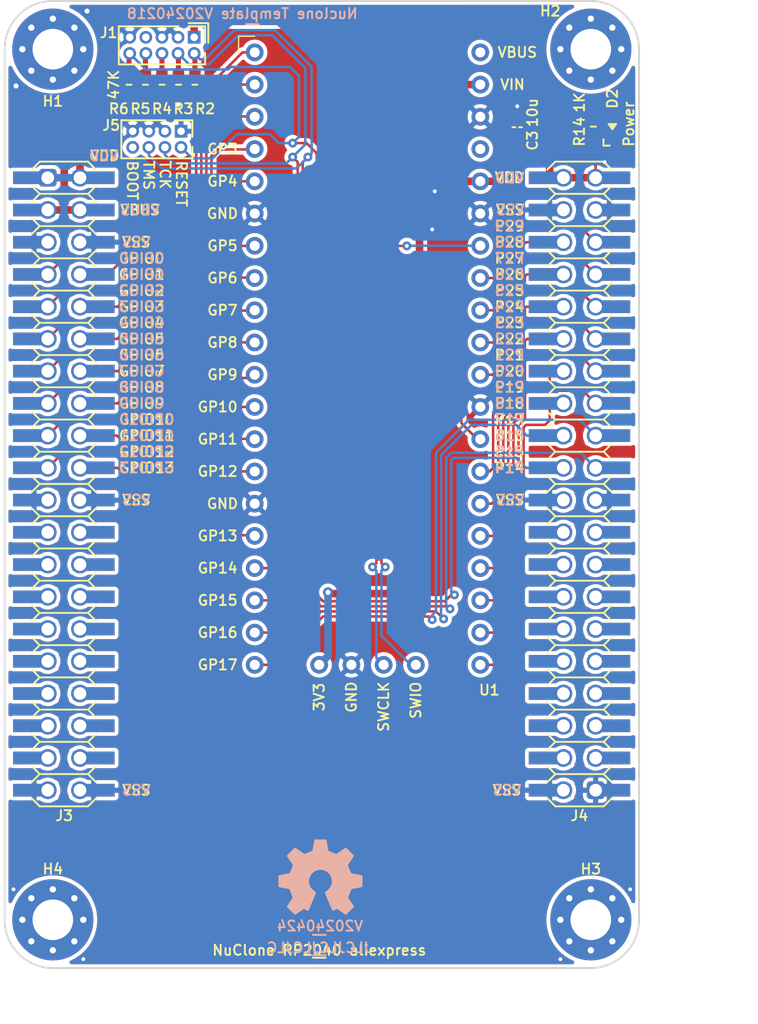
<source format=kicad_pcb>
(kicad_pcb (version 20221018) (generator pcbnew)
  (layers (0 "F.Cu" mixed) (31 "B.Cu" mixed) (34 "B.Paste" user) (35 "F.Paste" user) (36 "B.SilkS" user "B.Silkscreen") (37 "F.SilkS" user "F.Silkscreen") (38 "B.Mask" user) (39 "F.Mask" user) (44 "Edge.Cuts" user))
  (net 0 "")
  (net 1 "/VBUS")
  (net 3 "/VDD")
  (net 4 "/VSS")
  (net 5 "Net-(D2-A)")
  (net 6 "/GPIO_28")
  (net 7 "/GPIO_29")
  (net 8 "/GPIO_32")
  (net 9 "/GPIO_31")
  (net 10 "/GPIO_30")
  (net 11 "/GPIO_35")
  (net 12 "/GPIO_34")
  (net 13 "/GPIO_33")
  (net 14 "/TMS")
  (net 15 "/TCK")
  (net 16 "/TDO")
  (net 17 "/TDI")
  (net 18 "/RESET")
  (net 21 "/GPIO_20")
  (net 22 "/GPIO_23")
  (net 23 "/GPIO_27")
  (net 24 "/GPIO_16")
  (net 25 "/GPIO_21")
  (net 26 "/GPIO_19")
  (net 27 "/GPIO_17")
  (net 28 "/GPIO_18")
  (net 29 "/GPIO_15")
  (net 30 "/GPIO_14")
  (net 31 "/GPIO_22")
  (net 32 "/GPIO_24")
  (net 33 "/GPIO_25")
  (net 34 "/GPIO_26")
  (net 35 "/GPIO_13")
  (net 36 "/GPIO_12")
  (net 37 "/GPIO_11")
  (net 38 "/GPIO_10")
  (net 39 "/GPIO_09")
  (net 40 "/GPIO_08")
  (net 41 "/GPIO_07")
  (net 42 "/GPIO_06")
  (net 43 "/GPIO_05")
  (net 44 "/GPIO_04")
  (net 45 "/GPIO_03")
  (net 46 "/GPIO_02")
  (net 47 "/GPIO_01")
  (net 48 "/GPIO_00")
  (net 49 "/GPIO_41")
  (net 50 "/GPIO_40")
  (net 51 "/GPIO_39")
  (net 52 "/GPIO_38")
  (net 53 "/GPIO_37")
  (net 54 "/GPIO_36")
  (net 55 "/GPIO_45")
  (net 56 "/GPIO_44")
  (net 57 "/GPIO_43")
  (net 58 "/GPIO_42")
  (net 59 "/GPIO_61")
  (net 60 "/GPIO_60")
  (net 61 "/GPIO_59")
  (net 62 "/GPIO_58")
  (net 63 "/GPIO_57")
  (net 64 "/GPIO_56")
  (net 65 "/GPIO_55")
  (net 66 "/GPIO_54")
  (net 67 "/GPIO_53")
  (net 68 "/GPIO_52")
  (net 69 "/GPIO_51")
  (net 70 "/GPIO_50")
  (net 71 "/GPIO_49")
  (net 72 "/GPIO_48")
  (net 73 "/GPIO_47")
  (net 74 "/GPIO_46")
  (footprint "SquantorPcbOutline:MountingHole_3.2mm_M3_Pad_Via" (layer "F.Cu") (at 63.9 64.8)
    (fp_text reference "H1")
    (fp_text value "MountingHole")
  )
  (footprint "SquantorPcbOutline:MountingHole_3.2mm_M3_Pad_Via" (layer "F.Cu") (at 106.3 64.8)
    (fp_text reference "H2")
    (fp_text value "MountingHole")
  )
  (footprint "SquantorPcbOutline:MountingHole_3.2mm_M3_Pad_Via" (layer "F.Cu") (at 106.3 133.4)
    (fp_text reference "H3")
    (fp_text value "MountingHole")
  )
  (footprint "SquantorPcbOutline:MountingHole_3.2mm_M3_Pad_Via" (layer "F.Cu") (at 63.9 133.4)
    (fp_text reference "H4")
    (fp_text value "MountingHole")
  )
  (footprint "SquantorConnectors:Header-0127-2X05-H006" (layer "F.Cu") (at 72.5 64.5 180)
    (fp_text reference "J1")
    (fp_text value "JTAG_2X05")
  )
  (footprint "SquantorResistor:R_0603_hand" (layer "F.Cu") (at 73.8 67.6 -90)
    (fp_text reference "R3")
    (fp_text value "47K")
  )
  (footprint "SquantorResistor:R_0603_hand" (layer "F.Cu") (at 71.2 67.6 -90)
    (fp_text reference "R5")
    (fp_text value "47K")
  )
  (footprint "SquantorResistor:R_0603_hand" (layer "F.Cu") (at 69.9 67.6 -90)
    (fp_text reference "R6")
    (fp_text value "47K")
  )
  (footprint "SquantorLabels:Label_Generic" (layer "F.Cu") (at 84.9 135.7875)
    (fp_text reference "N4" hide)
    (fp_text value "NuClone RP2040 aliexpress")
  )
  (footprint "SquantorDiodes:LED_0603_hand" (layer "F.Cu") (at 108 70.9 90)
    (fp_text reference "D2")
    (fp_text value "GREEN")
  )
  (footprint "SquantorResistor:R_0603_hand" (layer "F.Cu") (at 106.5 70.9 -90)
    (fp_text reference "R14")
    (fp_text value "1K")
  )
  (footprint "SquantorConnectorsNamed:nuclone_medium_right_stacked" (layer "F.Cu") (at 105.41 99.06 90)
    (fp_text reference "J4")
    (fp_text value "nuclone_medium_right")
  )
  (footprint "SquantorResistor:R_0603_hand" (layer "F.Cu") (at 75.1 67.6 -90)
    (fp_text reference "R2")
    (fp_text value "47K")
  )
  (footprint "SquantorResistor:R_0603_hand" (layer "F.Cu") (at 72.5 67.6 -90)
    (fp_text reference "R4")
    (fp_text value "47K")
  )
  (footprint "SquantorCapacitor:C_0603" (layer "F.Cu") (at 100.5 70.95 90)
    (fp_text reference "C3")
    (fp_text value "10u")
  )
  (footprint "SquantorConnectorsNamed:nuclone_medium_left_stacked" (layer "F.Cu") (at 64.77 99.06 -90)
    (fp_text reference "J3")
    (fp_text value "nuclone_medium_left")
  )
  (footprint "SquantorConnectors:Header-0127-2X04-H006" (layer "F.Cu") (at 72.1 71.9 180)
    (fp_text reference "J5")
    (fp_text value "Conn_02x06_Odd_Even")
  )
  (footprint "SquantorModules:module_rp2040_aliexpress" (layer "F.Cu") (at 88.7 84.1)
    (fp_text reference "U1")
    (fp_text value "RP2040_aliexpress")
  )
  (footprint "SquantorLabels:Label_Generic" (layer "B.Cu") (at 84.9 133.9875 180)
    (fp_text reference "N2" hide)
    (fp_text value "V20240424")
  )
  (footprint "Symbol:OSHW-Symbol_6.7x6mm_SilkScreen" (layer "B.Cu") (at 85 130.05 180)
    (fp_text reference "N1" hide)
    (fp_text value "OHWLOGO" hide)
  )
  (footprint "SquantorLabels:Label_Generic" (layer "B.Cu") (at 84.9 135.5875 180)
    (fp_text reference "N3" hide)
    (fp_text value "JLCJLCJLCJLC")
  )
  (footprint "SquantorLabels:Label_Generic" (layer "B.Cu") (at 79.629 62.23 180)
    (fp_text reference "N5" hide)
    (fp_text value "Nuclone Template V20240218")
  )
  (gr_line (start 76.15 62.75) (end 74.6 62.75) (stroke (width 0.15)) (layer "F.SilkS"))
  (gr_line (start 76.15 62.75) (end 76.15 64.3) (stroke (width 0.15)) (layer "F.SilkS"))
  (gr_line (start 106.3 61) (end 63.9 61) (stroke (width 0.15)) (layer "Edge.Cuts"))
  (gr_arc (start 110.1 133.4) (mid 108.987006 136.087006) (end 106.3 137.2) (stroke (width 0.15)) (layer "Edge.Cuts"))
  (gr_arc (start 63.9 137.2) (mid 61.212994 136.087006) (end 60.1 133.4) (stroke (width 0.15)) (layer "Edge.Cuts"))
  (gr_arc (start 60.1 64.8) (mid 61.212994 62.112994) (end 63.9 61) (stroke (width 0.15)) (layer "Edge.Cuts"))
  (gr_arc (start 106.3 61) (mid 108.987006 62.112994) (end 110.1 64.8) (stroke (width 0.15)) (layer "Edge.Cuts"))
  (gr_line (start 110.1 133.4) (end 110.1 64.8) (stroke (width 0.15)) (layer "Edge.Cuts"))
  (gr_line (start 60.1 64.8) (end 60.1 133.4) (stroke (width 0.15)) (layer "Edge.Cuts"))
  (gr_line (start 63.9 137.2) (end 106.3 137.2) (stroke (width 0.15)) (layer "Edge.Cuts"))
  (gr_text "Power" (at 109.3 70.7 90) (layer "F.SilkS") (effects (font (size 0.8 0.8) (thickness 0.15) bold)))
  (gr_text "RESET\nTCK\nTMS\nBOOT" (at 69.7 73.5 270) (layer "F.SilkS") (effects (font (size 0.8 0.8) (thickness 0.15) bold) (justify left bottom)))
  (segment (start 95 61.7) (end 95.9 62.6) (width 0.6) (layer "F.Cu") (net 1))
  (segment (start 64.8 69.5) (end 67.8 66.5) (width 0.6) (layer "F.Cu") (net 1))
  (segment (start 64.8 77.47) (end 64.8 69.5) (width 0.6) (layer "F.Cu") (net 1))
  (segment (start 96.19 67.59) (end 97.59 67.59) (width 0.6) (layer "F.Cu") (net 1))
  (segment (start 63.5 77.47) (end 64.8 77.47) (width 0.6) (layer "F.Cu") (net 1))
  (segment (start 95.9 67.3) (end 96.19 67.59) (width 0.6) (layer "F.Cu") (net 1))
  (segment (start 64.8 77.47) (end 66.04 77.47) (width 0.6) (layer "F.Cu") (net 1))
  (segment (start 68.6 61.7) (end 95 61.7) (width 0.6) (layer "F.Cu") (net 1))
  (segment (start 67.8 62.5) (end 68.6 61.7) (width 0.6) (layer "F.Cu") (net 1))
  (segment (start 95.9 62.6) (end 95.9 67.3) (width 0.6) (layer "F.Cu") (net 1))
  (segment (start 67.8 66.5) (end 67.8 62.5) (width 0.6) (layer "F.Cu") (net 1))
  (segment (start 95 75.21) (end 97.59 75.21) (width 0.6) (layer "F.Cu") (net 3))
  (segment (start 98.79 75.21) (end 99.3 74.7) (width 0.6) (layer "F.Cu") (net 3))
  (segment (start 94.99 75.11) (end 94.99 75.2) (width 0.6) (layer "F.Cu") (net 3))
  (segment (start 106.68 73.98) (end 106.68 74.93) (width 0.2) (layer "F.Cu") (net 3))
  (segment (start 69 62.6) (end 75 62.6) (width 0.6) (layer "F.Cu") (net 3))
  (segment (start 67.3 68.3) (end 66.04 69.56) (width 0.6) (layer "F.Cu") (net 3))
  (segment (start 92 107.7) (end 92.8 106.9) (width 0.6) (layer "F.Cu") (net 3))
  (segment (start 85.69 107.7) (end 92 107.7) (width 0.6) (layer "F.Cu") (net 3))
  (segment (start 72.5 68.45) (end 72.5 69.2) (width 0.2) (layer "F.Cu") (net 3))
  (segment (start 106.68 74.93) (end 104.14 74.93) (width 0.6) (layer "F.Cu") (net 3))
  (segment (start 66.04 69.56) (end 66.04 74.93) (width 0.6) (layer "F.Cu") (net 3))
  (segment (start 72.5 69.2) (end 73.3 70) (width 0.2) (layer "F.Cu") (net 3))
  (segment (start 71.2 68.45) (end 69.9 68.45) (width 0.2) (layer "F.Cu") (net 3))
  (segment (start 92.8 106.9) (end 92.8 78.6) (width 0.6) (layer "F.Cu") (net 3))
  (segment (start 73.3 70) (end 74.2 70) (width 0.2) (layer "F.Cu") (net 3))
  (segment (start 85.59 107.6) (end 85.69 107.7) (width 0.6) (layer "F.Cu") (net 3))
  (segment (start 99.3 74.7) (end 99.3 72.2) (width 0.6) (layer "F.Cu") (net 3))
  (segment (start 75.04 62.64) (end 75 62.6) (width 0.6) (layer "F.Cu") (net 3))
  (segment (start 75.04 63.865) (end 75.04 62.64) (width 0.6) (layer "F.Cu") (net 3))
  (segment (start 97.59 75.21) (end 98.79 75.21) (width 0.6) (layer "F.Cu") (net 3))
  (segment (start 67.3 68.3) (end 68.2 67.4) (width 0.2) (layer "F.Cu") (net 3))
  (segment (start 75 62.6) (end 94.6 62.6) (width 0.6) (layer "F.Cu") (net 3))
  (segment (start 99.3 72.2) (end 99.8 71.7) (width 0.6) (layer "F.Cu") (net 3))
  (segment (start 68.7 66.9) (end 68.7 62.9) (width 0.6) (layer "F.Cu") (net 3))
  (segment (start 68.2 67.4) (end 69.25 68.45) (width 0.2) (layer "F.Cu") (net 3))
  (segment (start 94.99 62.99) (end 94.99 75.11) (width 0.6) (layer "F.Cu") (net 3))
  (segment (start 94.99 75.2) (end 95 75.21) (width 0.6) (layer "F.Cu") (net 3))
  (segment (start 94.99 76.41) (end 94.99 75.11) (width 0.6) (layer "F.Cu") (net 3))
  (segment (start 103.06 72.46) (end 103.06 74.93) (width 0.6) (layer "F.Cu") (net 3))
  (segment (start 75.1 69.1) (end 75.1 68.45) (width 0.2) (layer "F.Cu") (net 3))
  (segment (start 106.5 71.75) (end 106.5 73.8) (width 0.2) (layer "F.Cu") (net 3))
  (segment (start 94.6 62.6) (end 94.99 62.99) (width 0.6) (layer "F.Cu") (net 3))
  (segment (start 106.5 73.8) (end 106.68 73.98) (width 0.2) (layer "F.Cu") (net 3))
  (segment (start 100.5 71.7) (end 102.3 71.7) (width 0.6) (layer "F.Cu") (net 3))
  (segment (start 72.5 68.45) (end 71.2 68.45) (width 0.2) (layer "F.Cu") (net 3))
  (segment (start 67.3 68.3) (end 68.7 66.9) (width 0.6) (layer "F.Cu") (net 3))
  (segment (start 69.25 68.45) (end 69.9 68.45) (width 0.2) (layer "F.Cu") (net 3))
  (segment (start 99.8 71.7) (end 100.5 71.7) (width 0.6) (layer "F.Cu") (net 3))
  (segment (start 68.7 62.9) (end 69 62.6) (width 0.6) (layer "F.Cu") (net 3))
  (segment (start 102.3 71.7) (end 103.06 72.46) (width 0.6) (layer "F.Cu") (net 3))
  (segment (start 74.2 70) (end 75.1 69.1) (width 0.2) (layer "F.Cu") (net 3))
  (segment (start 92.8 78.6) (end 94.99 76.41) (width 0.6) (layer "F.Cu") (net 3))
  (via (at 85.59 107.6) (size 0.8) (drill 0.4) (layers "F.Cu" "B.Cu") (net 3))
  (segment (start 66.04 74.93) (end 63.5 74.93) (width 0.6) (layer "B.Cu") (net 3))
  (segment (start 85.59 112.61) (end 84.89 113.31) (width 0.6) (layer "B.Cu") (net 3))
  (segment (start 85.59 107.6) (end 85.59 112.61) (width 0.6) (layer "B.Cu") (net 3))
  (segment (start 73.8 69.2) (end 73.8 68.45) (width 0.2) (layer "F.Cu") (net 4))
  (via (at 94 76) (size 0.7) (drill 0.3) (layers "F.Cu" "B.Cu") (net 4))
  (via (at 61 67.7) (size 0.8) (drill 0.4) (layers "F.Cu" "B.Cu") (net 4))
  (via (at 107.4 73.7) (size 0.7) (drill 0.3) (layers "F.Cu" "B.Cu") (net 4))
  (via (at 66.3 136.5) (size 0.7) (drill 0.3) (layers "F.Cu" "B.Cu") (net 4))
  (via (at 109.4 131) (size 0.7) (drill 0.3) (layers "F.Cu" "B.Cu") (net 4))
  (via (at 66.6 61.8) (size 0.8) (drill 0.4) (layers "F.Cu" "B.Cu") (net 4))
  (via (at 93.8 79) (size 0.7) (drill 0.3) (layers "F.Cu" "B.Cu") (net 4))
  (via (at 103.9 136.5) (size 0.7) (drill 0.3) (layers "F.Cu" "B.Cu") (net 4))
  (via (at 100.5 69.3) (size 0.7) (drill 0.3) (layers "F.Cu" "B.Cu") (net 4))
  (via (at 73.8 69.2) (size 0.7) (drill 0.3) (layers "F.Cu" "B.Cu") (net 4))
  (via (at 60.8 131) (size 0.7) (drill 0.3) (layers "F.Cu" "B.Cu") (net 4))
  (segment (start 106.5 70.05) (end 108 70.05) (width 0.2) (layer "F.Cu") (net 5))
  (segment (start 89.8 105.3) (end 89.8 102.234314) (width 0.2) (layer "F.Cu") (net 14))
  (segment (start 83.6 96.034314) (end 83.6 73.7) (width 0.2) (layer "F.Cu") (net 14))
  (segment (start 75.1 65.195) (end 75.04 65.135) (width 0.4) (layer "F.Cu") (net 14))
  (segment (start 90.1 105.6) (end 89.8 105.3) (width 0.2) (layer "F.Cu") (net 14))
  (segment (start 83.6 73.7) (end 84 73.3) (width 0.2) (layer "F.Cu") (net 14))
  (segment (start 75.1 66.75) (end 75.1 65.195) (width 0.4) (layer "F.Cu") (net 14))
  (segment (start 89.8 102.234314) (end 83.6 96.034314) (width 0.2) (layer "F.Cu") (net 14))
  (via (at 90.1 105.6) (size 0.7) (drill 0.3) (layers "F.Cu" "B.Cu") (net 14))
  (via (at 84 73.3) (size 0.7) (drill 0.3) (layers "F.Cu" "B.Cu") (net 14))
  (segment (start 78.2 63.3) (end 75.9 65.6) (width 0.2) (layer "B.Cu") (net 14))
  (segment (start 90.1 105.6) (end 89.8 105.9) (width 0.2) (layer "B.Cu") (net 14))
  (segment (start 92.11 113.31) (end 92.51 113.31) (width 0.2) (layer "B.Cu") (net 14))
  (segment (start 75.9 65.6) (end 75.505 65.6) (width 0.2) (layer "B.Cu") (net 14))
  (segment (start 75.505 65.6) (end 75.04 65.135) (width 0.2) (layer "B.Cu") (net 14))
  (segment (start 84 73.3) (end 84.3 73) (width 0.2) (layer "B.Cu") (net 14))
  (segment (start 89.8 105.9) (end 89.8 111) (width 0.2) (layer "B.Cu") (net 14))
  (segment (start 89.8 111) (end 92.11 113.31) (width 0.2) (layer "B.Cu") (net 14))
  (segment (start 84.3 73) (end 84.3 66.2) (width 0.2) (layer "B.Cu") (net 14))
  (segment (start 81.4 63.3) (end 78.2 63.3) (width 0.2) (layer "B.Cu") (net 14))
  (segment (start 84.3 66.2) (end 81.4 63.3) (width 0.2) (layer "B.Cu") (net 14))
  (segment (start 84 73.3) (end 83.1 74.2) (width 0.2) (layer "B.Cu") (net 14))
  (segment (start 83.1 74.2) (end 72.5 74.2) (width 0.2) (layer "B.Cu") (net 14))
  (segment (start 71.465 73.165) (end 71.465 72.535) (width 0.2) (layer "B.Cu") (net 14))
  (segment (start 72.5 74.2) (end 71.465 73.165) (width 0.2) (layer "B.Cu") (net 14))
  (segment (start 73.8 66.75) (end 73.8 65.165) (width 0.4) (layer "F.Cu") (net 15))
  (segment (start 73.8 65.165) (end 73.77 65.135) (width 0.4) (layer "F.Cu") (net 15))
  (segment (start 83.2 96.2) (end 83.2 73.7) (width 0.2) (layer "F.Cu") (net 15))
  (segment (start 89.4 105.3) (end 89.4 102.4) (width 0.2) (layer "F.Cu") (net 15))
  (segment (start 89.4 102.4) (end 83.2 96.2) (width 0.2) (layer "F.Cu") (net 15))
  (segment (start 83.2 73.7) (end 82.8 73.3) (width 0.2) (layer "F.Cu") (net 15))
  (segment (start 89.1 105.6) (end 89.4 105.3) (width 0.2) (layer "F.Cu") (net 15))
  (via (at 89.1 105.6) (size 0.7) (drill 0.3) (layers "F.Cu" "B.Cu") (net 15))
  (via (at 82.8 73.3) (size 0.7) (drill 0.3) (layers "F.Cu" "B.Cu") (net 15))
  (segment (start 82.3 73.8) (end 73.4 73.8) (width 0.2) (layer "B.Cu") (net 15))
  (segment (start 89.1 105.6) (end 89.4 105.9) (width 0.2) (layer "B.Cu") (net 15))
  (segment (start 83.8 72.3) (end 83.8 66.3) (width 0.2) (layer "B.Cu") (net 15))
  (segment (start 73.4 73.8) (end 72.735 73.135) (width 0.2) (layer "B.Cu") (net 15))
  (segment (start 89.4 112.74) (end 89.97 113.31) (width 0.2) (layer "B.Cu") (net 15))
  (segment (start 82.8 73.3) (end 82.3 73.8) (width 0.2) (layer "B.Cu") (net 15))
  (segment (start 83.8 66.3) (end 81.2 63.7) (width 0.2) (layer "B.Cu") (net 15))
  (segment (start 72.735 73.135) (end 72.735 72.535) (width 0.2) (layer "B.Cu") (net 15))
  (segment (start 74.635 66) (end 73.77 65.135) (width 0.2) (layer "B.Cu") (net 15))
  (segment (start 81.2 63.7) (end 78.5 63.7) (width 0.2) (layer "B.Cu") (net 15))
  (segment (start 82.8 73.3) (end 83.8 72.3) (width 0.2) (layer "B.Cu") (net 15))
  (segment (start 78.5 63.7) (end 76.2 66) (width 0.2) (layer "B.Cu") (net 15))
  (segment (start 76.2 66) (end 74.635 66) (width 0.2) (layer "B.Cu") (net 15))
  (segment (start 89.4 105.9) (end 89.4 112.74) (width 0.2) (layer "B.Cu") (net 15))
  (segment (start 72.5 66.75) (end 72.5 65.135) (width 0.4) (layer "F.Cu") (net 16))
  (segment (start 71.2 65.165) (end 71.23 65.135) (width 0.4) (layer "F.Cu") (net 17))
  (segment (start 71.2 66.75) (end 71.2 65.165) (width 0.4) (layer "F.Cu") (net 17))
  (segment (start 69.9 66.75) (end 69.9 65.195) (width 0.4) (layer "F.Cu") (net 18))
  (segment (start 89.2 80.3) (end 84.7 75.8) (width 0.2) (layer "F.Cu") (net 18))
  (segment (start 84.7 75.8) (end 84.7 73) (width 0.2) (layer "F.Cu") (net 18))
  (segment (start 83.9 72.2) (end 82.8 72.2) (width 0.2) (layer "F.Cu") (net 18))
  (segment (start 69.9 65.195) (end 69.96 65.135) (width 0.4) (layer "F.Cu") (net 18))
  (segment (start 84.7 73) (end 83.9 72.2) (width 0.2) (layer "F.Cu") (net 18))
  (segment (start 91.8 80.3) (end 89.2 80.3) (width 0.2) (layer "F.Cu") (net 18))
  (via (at 91.8 80.3) (size 0.7) (drill 0.3) (layers "F.Cu" "B.Cu") (net 18))
  (via (at 82.8 72.2) (size 0.7) (drill 0.3) (layers "F.Cu" "B.Cu") (net 18))
  (segment (start 82.8 72.2) (end 81.7 72.2) (width 0.2) (layer "B.Cu") (net 18))
  (segment (start 77.931372 66.2) (end 77.731372 66.4) (width 0.2) (layer "B.Cu") (net 18))
  (segment (start 78.4 71.5) (end 76.5 73.4) (width 0.2) (layer "B.Cu") (net 18))
  (segment (start 82.6 66.2) (end 77.931372 66.2) (width 0.2) (layer "B.Cu") (net 18))
  (segment (start 83.3 71.7) (end 83.3 66.9) (width 0.2) (layer "B.Cu") (net 18))
  (segment (start 71.225 66.4) (end 69.96 65.135) (width 0.2) (layer "B.Cu") (net 18))
  (segment (start 91.8 80.3) (end 91.81 80.29) (width 0.2) (layer "B.Cu") (net 18))
  (segment (start 81 71.5) (end 78.4 71.5) (width 0.2) (layer "B.Cu") (net 18))
  (segment (start 76.5 73.4) (end 74.87 73.4) (width 0.2) (layer "B.Cu") (net 18))
  (segment (start 83.3 66.9) (end 82.6 66.2) (width 0.2) (layer "B.Cu") (net 18))
  (segment (start 91.81 80.29) (end 97.59 80.29) (width 0.2) (layer "B.Cu") (net 18))
  (segment (start 82.8 72.2) (end 83.3 71.7) (width 0.2) (layer "B.Cu") (net 18))
  (segment (start 74.87 73.4) (end 74.005 72.535) (width 0.2) (layer "B.Cu") (net 18))
  (segment (start 77.731372 66.4) (end 71.225 66.4) (width 0.2) (layer "B.Cu") (net 18))
  (segment (start 81.7 72.2) (end 81 71.5) (width 0.2) (layer "B.Cu") (net 18))
  (segment (start 79.81 103.15) (end 79.76 103.1) (width 0.2) (layer "F.Cu") (net 35))
  (segment (start 79.76 103.1) (end 74.3 103.1) (width 0.2) (layer "F.Cu") (net 35))
  (segment (start 74.3 103.1) (end 68.99 97.79) (width 0.2) (layer "F.Cu") (net 35))
  (segment (start 68.99 97.79) (end 67.12 97.79) (width 0.2) (layer "F.Cu") (net 35))
  (segment (start 64.79 96.5) (end 63.5 97.79) (width 0.2) (layer "F.Cu") (net 36))
  (segment (start 68.975 96.5) (end 64.79 96.5) (width 0.2) (layer "F.Cu") (net 36))
  (segment (start 79.81 98.07) (end 70.545 98.07) (width 0.2) (layer "F.Cu") (net 36))
  (segment (start 70.545 98.07) (end 68.975 96.5) (width 0.2) (layer "F.Cu") (net 36))
  (segment (start 79.81 95.53) (end 79.78 95.5) (width 0.2) (layer "F.Cu") (net 37))
  (segment (start 68.95 95.25) (end 67.12 95.25) (width 0.2) (layer "F.Cu") (net 37))
  (segment (start 69.2 95.5) (end 68.95 95.25) (width 0.2) (layer "F.Cu") (net 37))
  (segment (start 79.78 95.5) (end 69.2 95.5) (width 0.2) (layer "F.Cu") (net 37))
  (segment (start 64.75 94) (end 69 94) (width 0.2) (layer "F.Cu") (net 38))
  (segment (start 70.01 92.99) (end 79.81 92.99) (width 0.2) (layer "F.Cu") (net 38))
  (segment (start 69 94) (end 70.01 92.99) (width 0.2) (layer "F.Cu") (net 38))
  (segment (start 63.5 95.25) (end 64.75 94) (width 0.2) (layer "F.Cu") (net 38))
  (segment (start 79.55 90.71) (end 70.99 90.71) (width 0.2) (layer "F.Cu") (net 39))
  (segment (start 70.99 90.71) (end 68.99 92.71) (width 0.2) (layer "F.Cu") (net 39))
  (segment (start 79.81 90.45) (end 79.55 90.71) (width 0.2) (layer "F.Cu") (net 39))
  (segment (start 68.99 92.71) (end 67.12 92.71) (width 0.2) (layer "F.Cu") (net 39))
  (segment (start 72.6 87.9) (end 69.1 91.4) (width 0.2) (layer "F.Cu") (net 40))
  (segment (start 69.1 91.4) (end 64.81 91.4) (width 0.2) (layer "F.Cu") (net 40))
  (segment (start 64.81 91.4) (end 63.5 92.71) (width 0.2) (layer "F.Cu") (net 40))
  (segment (start 79.8 87.9) (end 72.6 87.9) (width 0.2) (layer "F.Cu") (net 40))
  (segment (start 79.81 87.91) (end 79.8 87.9) (width 0.2) (layer "F.Cu") (net 40))
  (segment (start 71.7 85.4) (end 71.3 85.8) (width 0.2) (layer "F.Cu") (net 41))
  (segment (start 79.81 85.37) (end 79.78 85.4) (width 0.2) (layer "F.Cu") (net 41))
  (segment (start 71.3 85.8) (end 71.3 87.9) (width 0.2) (layer "F.Cu") (net 41))
  (segment (start 71.3 87.9) (end 69.03 90.17) (width 0.2) (layer "F.Cu") (net 41))
  (segment (start 69.03 90.17) (end 67.12 90.17) (width 0.2) (layer "F.Cu") (net 41))
  (segment (start 79.78 85.4) (end 71.7 85.4) (width 0.2) (layer "F.Cu") (net 41))
  (segment (start 70.9 83.3) (end 70.9 87) (width 0.2) (layer "F.Cu") (net 42))
  (segment (start 70.9 87) (end 69 88.9) (width 0.2) (layer "F.Cu") (net 42))
  (segment (start 79.78 82.8) (end 71.4 82.8) (width 0.2) (layer "F.Cu") (net 42))
  (segment (start 79.81 82.83) (end 79.78 82.8) (width 0.2) (layer "F.Cu") (net 42))
  (segment (start 69 88.9) (end 64.77 88.9) (width 0.2) (layer "F.Cu") (net 42))
  (segment (start 71.4 82.8) (end 70.9 83.3) (width 0.2) (layer "F.Cu") (net 42))
  (segment (start 64.77 88.9) (end 63.5 90.17) (width 0.2) (layer "F.Cu") (net 42))
  (segment (start 68.97 87.63) (end 67.12 87.63) (width 0.2) (layer "F.Cu") (net 43))
  (segment (start 70.5 86.1) (end 68.97 87.63) (width 0.2) (layer "F.Cu") (net 43))
  (segment (start 70.5 82.7) (end 70.5 86.1) (width 0.2) (layer "F.Cu") (net 43))
  (segment (start 79.81 80.29) (end 79.8 80.3) (width 0.2) (layer "F.Cu") (net 43))
  (segment (start 79.8 80.3) (end 72.9 80.3) (width 0.2) (layer "F.Cu") (net 43))
  (segment (start 72.9 80.3) (end 70.5 82.7) (width 0.2) (layer "F.Cu") (net 43))
  (segment (start 70.1 82.5) (end 70.1 85.15) (width 0.2) (layer "F.Cu") (net 44))
  (segment (start 70.1 85.15) (end 68.95 86.3) (width 0.2) (layer "F.Cu") (net 44))
  (segment (start 79.81 75.21) (end 77.39 75.21) (width 0.2) (layer "F.Cu") (net 44))
  (segment (start 64.83 86.3) (end 63.5 87.63) (width 0.2) (layer "F.Cu") (net 44))
  (segment (start 68.95 86.3) (end 64.83 86.3) (width 0.2) (layer "F.Cu") (net 44))
  (segment (start 77.39 75.21) (end 70.1 82.5) (width 0.2) (layer "F.Cu") (net 44))
  (segment (start 69 85.1) (end 68.99 85.09) (width 0.2) (layer "F.Cu") (net 45))
  (segment (start 75.3 76.7) (end 75.265686 76.7) (width 0.2) (layer "F.Cu") (net 45))
  (segment (start 69.7 82.265686) (end 69.7 84.4) (width 0.2) (layer "F.Cu") (net 45))
  (segment (start 69.7 84.4) (end 69 85.1) (width 0.2) (layer "F.Cu") (net 45))
  (segment (start 68.99 85.09) (end 67.12 85.09) (width 0.2) (layer "F.Cu") (net 45))
  (segment (start 76.4 75.6) (end 75.3 76.7) (width 0.2) (layer "F.Cu") (net 45))
  (segment (start 75.265686 76.7) (end 69.7 82.265686) (width 0.2) (layer "F.Cu") (net 45))
  (segment (start 76.9 72.7) (end 76.4 73.2) (width 0.2) (layer "F.Cu") (net 45))
  (segment (start 79.78 72.7) (end 76.9 72.7) (width 0.2) (layer "F.Cu") (net 45))
  (segment (start 79.81 72.67) (end 79.78 72.7) (width 0.2) (layer "F.Cu") (net 45))
  (segment (start 76.4 73.2) (end 76.4 75.6) (width 0.2) (layer "F.Cu") (net 45))
  (segment (start 76.3 70.1) (end 76 70.4) (width 0.2) (layer "F.Cu") (net 46))
  (segment (start 76 75.4) (end 69.3 82.1) (width 0.2) (layer "F.Cu") (net 46))
  (segment (start 79.81 70.13) (end 79.78 70.1) (width 0.2) (layer "F.Cu") (net 46))
  (segment (start 69 83.8) (end 64.79 83.8) (width 0.2) (layer "F.Cu") (net 46))
  (segment (start 64.79 83.8) (end 63.5 85.09) (width 0.2) (layer "F.Cu") (net 46))
  (segment (start 69.3 83.5) (end 69 83.8) (width 0.2) (layer "F.Cu") (net 46))
  (segment (start 79.78 70.1) (end 76.3 70.1) (width 0.2) (layer "F.Cu") (net 46))
  (segment (start 69.3 82.1) (end 69.3 83.5) (width 0.2) (layer "F.Cu") (net 46))
  (segment (start 76 70.4) (end 76 75.4) (width 0.2) (layer "F.Cu") (net 46))
  (segment (start 75.6 75.2) (end 68.25 82.55) (width 0.2) (layer "F.Cu") (net 47))
  (segment (start 79.81 67.59) (end 78.21 67.59) (width 0.2) (layer "F.Cu") (net 47))
  (segment (start 78.21 67.59) (end 75.6 70.2) (width 0.2) (layer "F.Cu") (net 47))
  (segment (start 75.6 70.2) (end 75.6 75.2) (width 0.2) (layer "F.Cu") (net 47))
  (segment (start 68.25 82.55) (end 67.12 82.55) (width 0.2) (layer "F.Cu") (net 47))
  (segment (start 75.85 69.35) (end 75.85 68.05) (width 0.2) (layer "F.Cu") (net 48))
  (segment (start 75.2 75) (end 75.2 70) (width 0.2) (layer "F.Cu") (net 48))
  (segment (start 63.5 82.55) (end 64.75 81.3) (width 0.2) (layer "F.Cu") (net 48))
  (segment (start 78.85 65.05) (end 79.81 65.05) (width 0.2) (layer "F.Cu") (net 48))
  (segment (start 75.2 70) (end 75.85 69.35) (width 0.2) (layer "F.Cu") (net 48))
  (segment (start 68.9 81.3) (end 75.2 75) (width 0.2) (layer "F.Cu") (net 48))
  (segment (start 64.75 81.3) (end 68.9 81.3) (width 0.2) (layer "F.Cu") (net 48))
  (segment (start 75.85 68.05) (end 78.85 65.05) (width 0.2) (layer "F.Cu") (net 48))
  (segment (start 99.8 82.6) (end 99.57 82.83) (width 0.2) (layer "F.Cu") (net 59))
  (segment (start 99.57 82.83) (end 97.59 82.83) (width 0.2) (layer "F.Cu") (net 59))
  (segment (start 100.6 79.72) (end 100.6 81.168628) (width 0.2) (layer "F.Cu") (net 59))
  (segment (start 101.62 78.7) (end 100.6 79.72) (width 0.2) (layer "F.Cu") (net 59))
  (segment (start 106.68 80.01) (end 105.37 78.7) (width 0.2) (layer "F.Cu") (net 59))
  (segment (start 105.37 78.7) (end 101.62 78.7) (width 0.2) (layer "F.Cu") (net 59))
  (segment (start 100.6 81.168628) (end 99.8 81.96863) (width 0.2) (layer "F.Cu") (net 59))
  (segment (start 99.8 81.96863) (end 99.8 82.6) (width 0.2) (layer "F.Cu") (net 59))
  (segment (start 103.06 80.01) (end 101.19 80.01) (width 0.2) (layer "F.Cu") (net 60))
  (segment (start 101 80.2) (end 101 81.334314) (width 0.2) (layer "F.Cu") (net 60))
  (segment (start 100.2 82.134315) (end 100.2 82.8) (width 0.2) (layer "F.Cu") (net 60))
  (segment (start 99.5 85.1) (end 99.23 85.37) (width 0.2) (layer "F.Cu") (net 60))
  (segment (start 99.23 85.37) (end 97.59 85.37) (width 0.2) (layer "F.Cu") (net 60))
  (segment (start 101.19 80.01) (end 101 80.2) (width 0.2) (layer "F.Cu") (net 60))
  (segment (start 100.2 82.8) (end 99.5 83.5) (width 0.2) (layer "F.Cu") (net 60))
  (segment (start 99.5 83.5) (end 99.5 85.1) (width 0.2) (layer "F.Cu") (net 60))
  (segment (start 101 81.334314) (end 100.2 82.134315) (width 0.2) (layer "F.Cu") (net 60))
  (segment (start 106.68 82.55) (end 105.43 81.3) (width 0.2) (layer "F.Cu") (net 61))
  (segment (start 100.6 82.3) (end 100.6 83) (width 0.2) (layer "F.Cu") (net 61))
  (segment (start 100.6 83) (end 99.9 83.7) (width 0.2) (layer "F.Cu") (net 61))
  (segment (start 99.1 86.1) (end 99.1 87.8) (width 0.2) (layer "F.Cu") (net 61))
  (segment (start 99.1 87.8) (end 98.99 87.91) (width 0.2) (layer "F.Cu") (net 61))
  (segment (start 101.6 81.3) (end 100.6 82.3) (width 0.2) (layer "F.Cu") (net 61))
  (segment (start 98.99 87.91) (end 97.59 87.91) (width 0.2) (layer "F.Cu") (net 61))
  (segment (start 99.9 85.3) (end 99.1 86.1) (width 0.2) (layer "F.Cu") (net 61))
  (segment (start 99.9 83.7) (end 99.9 85.3) (width 0.2) (layer "F.Cu") (net 61))
  (segment (start 105.43 81.3) (end 101.6 81.3) (width 0.2) (layer "F.Cu") (net 61))
  (segment (start 98.55 90.45) (end 97.59 90.45) (width 0.2) (layer "F.Cu") (net 62))
  (segment (start 100.3 83.9) (end 100.3 85.5) (width 0.2) (layer "F.Cu") (net 62))
  (segment (start 99.5 88) (end 99.1 88.4) (width 0.2) (layer "F.Cu") (net 62))
  (segment (start 99.1 89.9) (end 98.55 90.45) (width 0.2) (layer "F.Cu") (net 62))
  (segment (start 103.06 82.55) (end 101.25 82.55) (width 0.2) (layer "F.Cu") (net 62))
  (segment (start 99.5 86.3) (end 99.5 88) (width 0.2) (layer "F.Cu") (net 62))
  (segment (start 101.1 83.1) (end 100.3 83.9) (width 0.2) (layer "F.Cu") (net 62))
  (segment (start 99.1 88.4) (end 99.1 89.9) (width 0.2) (layer "F.Cu") (net 62))
  (segment (start 101.25 82.55) (end 101.1 82.7) (width 0.2) (layer "F.Cu") (net 62))
  (segment (start 101.1 82.7) (end 101.1 83.1) (width 0.2) (layer "F.Cu") (net 62))
  (segment (start 100.3 85.5) (end 99.5 86.3) (width 0.2) (layer "F.Cu") (net 62))
  (segment (start 100.7 84.1) (end 100.7 85.7) (width 0.2) (layer "F.Cu") (net 63))
  (segment (start 96.1 92.4) (end 96.1 94.27) (width 0.2) (layer "F.Cu") (net 63))
  (segment (start 99.9 88.2) (end 99.5 88.6) (width 0.2) (layer "F.Cu") (net 63))
  (segment (start 96.1 94.27) (end 97.36 95.53) (width 0.2) (layer "F.Cu") (net 63))
  (segment (start 97.36 95.53) (end 97.59 95.53) (width 0.2) (layer "F.Cu") (net 63))
  (segment (start 100.7 85.7) (end 99.9 86.5) (width 0.2) (layer "F.Cu") (net 63))
  (segment (start 97.97157 91.7) (end 96.8 91.7) (width 0.2) (layer "F.Cu") (net 63))
  (segment (start 106.68 85.09) (end 105.39 83.8) (width 0.2) (layer "F.Cu") (net 63))
  (segment (start 96.8 91.7) (end 96.1 92.4) (width 0.2) (layer "F.Cu") (net 63))
  (segment (start 99.5 88.6) (end 99.5 90.17157) (width 0.2) (layer "F.Cu") (net 63))
  (segment (start 99.9 86.5) (end 99.9 88.2) (width 0.2) (layer "F.Cu") (net 63))
  (segment (start 105.39 83.8) (end 101 83.8) (width 0.2) (layer "F.Cu") (net 63))
  (segment (start 101 83.8) (end 100.7 84.1) (width 0.2) (layer "F.Cu") (net 63))
  (segment (start 99.5 90.17157) (end 97.97157 91.7) (width 0.2) (layer "F.Cu") (net 63))
  (segment (start 100.3 88.4) (end 99.9 88.8) (width 0.2) (layer "F.Cu") (net 64))
  (segment (start 99 91.237256) (end 99 93.20589) (width 0.2) (layer "F.Cu") (net 64))
  (segment (start 100.3 86.7) (end 100.3 88.4) (width 0.2) (layer "F.Cu") (net 64))
  (segment (start 103.06 85.09) (end 101.21 85.09) (width 0.2) (layer "F.Cu") (net 64))
  (segment (start 99.9 90.337256) (end 99 91.237256) (width 0.2) (layer "F.Cu") (net 64))
  (segment (start 99 93.20589) (end 98.6 93.60589) (width 0.2) (layer "F.Cu") (net 64))
  (segment (start 98.33 98.07) (end 97.59 98.07) (width 0.2) (layer "F.Cu") (net 64))
  (segment (start 99.9 88.8) (end 99.9 90.337256) (width 0.2) (layer "F.Cu") (net 64))
  (segment (start 98.6 93.60589) (end 98.6 97.8) (width 0.2) (layer "F.Cu") (net 64))
  (segment (start 98.6 97.8) (end 98.33 98.07) (width 0.2) (layer "F.Cu") (net 64))
  (segment (start 101.1 85.9) (end 100.3 86.7) (width 0.2) (layer "F.Cu") (net 64))
  (segment (start 101.1 85.2) (end 101.1 85.9) (width 0.2) (layer "F.Cu") (net 64))
  (segment (start 101.21 85.09) (end 101.1 85.2) (width 0.2) (layer "F.Cu") (net 64))
  (segment (start 99 93.771575) (end 99 100.1) (width 0.2) (layer "F.Cu") (net 65))
  (segment (start 98.49 100.61) (end 97.59 100.61) (width 0.2) (layer "F.Cu") (net 65))
  (segment (start 101.2 86.4) (end 100.7 86.9) (width 0.2) (layer "F.Cu") (net 65))
  (segment (start 100.3 90.502942) (end 99.4 91.402942) (width 0.2) (layer "F.Cu") (net 65))
  (segment (start 105.45 86.4) (end 101.2 86.4) (width 0.2) (layer "F.Cu") (net 65))
  (segment (start 99.4 93.371575) (end 99 93.771575) (width 0.2) (layer "F.Cu") (net 65))
  (segment (start 99.4 91.402942) (end 99.4 93.371575) (width 0.2) (layer "F.Cu") (net 65))
  (segment (start 100.7 86.9) (end 100.7 88.6) (width 0.2) (layer "F.Cu") (net 65))
  (segment (start 100.7 88.6) (end 100.3 89) (width 0.2) (layer "F.Cu") (net 65))
  (segment (start 106.68 87.63) (end 105.45 86.4) (width 0.2) (layer "F.Cu") (net 65))
  (segment (start 99 100.1) (end 98.49 100.61) (width 0.2) (layer "F.Cu") (net 65))
  (segment (start 100.3 89) (end 100.3 90.502942) (width 0.2) (layer "F.Cu") (net 65))
  (segment (start 99.8 93.53726) (end 99.4 93.93726) (width 0.2) (layer "F.Cu") (net 66))
  (segment (start 100.7 90.668628) (end 99.8 91.568628) (width 0.2) (layer "F.Cu") (net 66))
  (segment (start 101.1 88.8) (end 100.7 89.2) (width 0.2) (layer "F.Cu") (net 66))
  (segment (start 98.95 103.15) (end 97.59 103.15) (width 0.2) (layer "F.Cu") (net 66))
  (segment (start 101.1 87.8) (end 101.1 88.8) (width 0.2) (layer "F.Cu") (net 66))
  (segment (start 103.06 87.63) (end 101.27 87.63) (width 0.2) (layer "F.Cu") (net 66))
  (segment (start 99.4 93.93726) (end 99.4 102.7) (width 0.2) (layer "F.Cu") (net 66))
  (segment (start 99.8 91.568628) (end 99.8 93.53726) (width 0.2) (layer "F.Cu") (net 66))
  (segment (start 99.4 102.7) (end 98.95 103.15) (width 0.2) (layer "F.Cu") (net 66))
  (segment (start 101.27 87.63) (end 101.1 87.8) (width 0.2) (layer "F.Cu") (net 66))
  (segment (start 100.7 89.2) (end 100.7 90.668628) (width 0.2) (layer "F.Cu") (net 66))
  (segment (start 99.8 105.1) (end 99.21 105.69) (width 0.2) (layer "F.Cu") (net 67))
  (segment (start 99.8 94.102945) (end 99.8 105.1) (width 0.2) (layer "F.Cu") (net 67))
  (segment (start 100.2 93.702945) (end 99.8 94.102945) (width 0.2) (layer "F.Cu") (net 67))
  (segment (start 106.68 90.17) (end 105.41 88.9) (width 0.2) (layer "F.Cu") (net 67))
  (segment (start 101.6 88.9) (end 101.1 89.4) (width 0.2) (layer "F.Cu") (net 67))
  (segment (start 101.1 90.834314) (end 100.2 91.734314) (width 0.2) (layer "F.Cu") (net 67))
  (segment (start 100.2 91.734314) (end 100.2 93.702945) (width 0.2) (layer "F.Cu") (net 67))
  (segment (start 99.21 105.69) (end 97.59 105.69) (width 0.2) (layer "F.Cu") (net 67))
  (segment (start 101.1 89.4) (end 101.1 90.834314) (width 0.2) (layer "F.Cu") (net 67))
  (segment (start 105.41 88.9) (end 101.6 88.9) (width 0.2) (layer "F.Cu") (net 67))
  (segment (start 103.06 90.94) (end 102.665685 91.334315) (width 0.2) (layer "F.Cu") (net 68))
  (segment (start 101.199999 91.334315) (end 100.6 91.934314) (width 0.2) (layer "F.Cu") (net 68))
  (segment (start 100.2 107.3) (end 99.27 108.23) (width 0.2) (layer "F.Cu") (net 68))
  (segment (start 100.2 94.26863) (end 100.2 107.3) (width 0.2) (layer "F.Cu") (net 68))
  (segment (start 100.6 91.934314) (end 100.6 93.86863) (width 0.2) (layer "F.Cu") (net 68))
  (segment (start 100.6 93.86863) (end 100.2 94.26863) (width 0.2) (layer "F.Cu") (net 68))
  (segment (start 99.27 108.23) (end 97.59 108.23) (width 0.2) (layer "F.Cu") (net 68))
  (segment (start 102.665685 91.334315) (end 101.199999 91.334315) (width 0.2) (layer "F.Cu") (net 68))
  (segment (start 103.06 90.17) (end 103.06 90.94) (width 0.2) (layer "F.Cu") (net 68))
  (segment (start 100.6 109.7) (end 99.53 110.77) (width 0.2) (layer "F.Cu") (net 69))
  (segment (start 101.11 93.924315) (end 100.6 94.434315) (width 0.2) (layer "F.Cu") (net 69))
  (segment (start 99.53 110.77) (end 97.59 110.77) (width 0.2) (layer "F.Cu") (net 69))
  (segment (start 103.725786 91.71) (end 103.635786 91.8) (width 0.2) (layer "F.Cu") (net 69))
  (segment (start 101.3 91.8) (end 101.11 91.99) (width 0.2) (layer "F.Cu") (net 69))
  (segment (start 100.6 94.434315) (end 100.6 109.7) (width 0.2) (layer "F.Cu") (net 69))
  (segment (start 103.635786 91.8) (end 101.3 91.8) (width 0.2) (layer "F.Cu") (net 69))
  (segment (start 101.11 91.99) (end 101.11 93.924315) (width 0.2) (layer "F.Cu") (net 69))
  (segment (start 105.68 91.71) (end 103.725786 91.71) (width 0.2) (layer "F.Cu") (net 69))
  (segment (start 106.68 92.71) (end 105.68 91.71) (width 0.2) (layer "F.Cu") (net 69))
  (segment (start 99.79 113.31) (end 97.59 113.31) (width 0.2) (layer "F.Cu") (net 70))
  (segment (start 101 112.1) (end 99.79 113.31) (width 0.2) (layer "F.Cu") (net 70))
  (segment (start 102.7 94.4) (end 101.2 94.4) (width 0.2) (layer "F.Cu") (net 70))
  (segment (start 103.06 94.04) (end 102.7 94.4) (width 0.2) (layer "F.Cu") (net 70))
  (segment (start 101.2 94.4) (end 101 94.6) (width 0.2) (layer "F.Cu") (net 70))
  (segment (start 103.06 92.71) (end 103.06 94.04) (width 0.2) (layer "F.Cu") (net 70))
  (segment (start 101 94.6) (end 101 112.1) (width 0.2) (layer "F.Cu") (net 70))
  (segment (start 93.55 109.5) (end 85.2 109.5) (width 0.2) (layer "F.Cu") (net 71))
  (segment (start 93.8 109.75) (end 93.55 109.5) (width 0.2) (layer "F.Cu") (net 71))
  (segment (start 85.2 109.5) (end 81.39 113.31) (width 0.2) (layer "F.Cu") (net 71))
  (segment (start 81.39 113.31) (end 79.81 113.31) (width 0.2) (layer "F.Cu") (net 71))
  (via (at 93.8 109.75) (size 0.7) (drill 0.3) (layers "F.Cu" "B.Cu") (net 71))
  (segment (start 93.8 109.75) (end 93.8 109.4) (width 0.2) (layer "B.Cu") (net 71))
  (segment (start 94.1 109.1) (end 94.1 96.6) (width 0.2) (layer "B.Cu") (net 71))
  (segment (start 96.7 94) (end 105.43 94) (width 0.2) (layer "B.Cu") (net 71))
  (segment (start 105.43 94) (end 106.68 95.25) (width 0.2) (layer "B.Cu") (net 71))
  (segment (start 93.8 109.4) (end 94.1 109.1) (width 0.2) (layer "B.Cu") (net 71))
  (segment (start 94.1 96.6) (end 96.7 94) (width 0.2) (layer "B.Cu") (net 71))
  (segment (start 94.1 109.1) (end 85.034314 109.1) (width 0.2) (layer "F.Cu") (net 72))
  (segment (start 83.364314 110.77) (end 79.81 110.77) (width 0.2) (layer "F.Cu") (net 72))
  (segment (start 94.69825 109.693859) (end 94.693859 109.693859) (width 0.2) (layer "F.Cu") (net 72))
  (segment (start 94.693859 109.693859) (end 94.1 109.1) (width 0.2) (layer "F.Cu") (net 72))
  (segment (start 85.034314 109.1) (end 83.364314 110.77) (width 0.2) (layer "F.Cu") (net 72))
  (via (at 94.69825 109.693859) (size 0.7) (drill 0.3) (layers "F.Cu" "B.Cu") (net 72))
  (segment (start 94.5 109.495609) (end 94.5 96.8) (width 0.2) (layer "B.Cu") (net 72))
  (segment (start 101.25 95.25) (end 103.06 95.25) (width 0.2) (layer "B.Cu") (net 72))
  (segment (start 94.5 96.8) (end 96.9 94.4) (width 0.2) (layer "B.Cu") (net 72))
  (segment (start 94.69825 109.693859) (end 94.5 109.495609) (width 0.2) (layer "B.Cu") (net 72))
  (segment (start 96.9 94.4) (end 100.4 94.4) (width 0.2) (layer "B.Cu") (net 72))
  (segment (start 100.4 94.4) (end 101.25 95.25) (width 0.2) (layer "B.Cu") (net 72))
  (segment (start 85.034314 108.7) (end 84.564314 108.23) (width 0.2) (layer "F.Cu") (net 73))
  (segment (start 95.2 108.9) (end 95 108.7) (width 0.2) (layer "F.Cu") (net 73))
  (segment (start 84.564314 108.23) (end 79.81 108.23) (width 0.2) (layer "F.Cu") (net 73))
  (segment (start 95 108.7) (end 85.034314 108.7) (width 0.2) (layer "F.Cu") (net 73))
  (via (at 95.2 108.9) (size 0.7) (drill 0.3) (layers "F.Cu" "B.Cu") (net 73))
  (segment (start 94.9 108.6) (end 94.9 97) (width 0.2) (layer "B.Cu") (net 73))
  (segment (start 95.3 96.6) (end 105.49 96.6) (width 0.2) (layer "B.Cu") (net 73))
  (segment (start 105.49 96.6) (end 106.68 97.79) (width 0.2) (layer "B.Cu") (net 73))
  (segment (start 95.2 108.9) (end 94.9 108.6) (width 0.2) (layer "B.Cu") (net 73))
  (segment (start 94.9 97) (end 95.3 96.6) (width 0.2) (layer "B.Cu") (net 73))
  (segment (start 94.8 108.3) (end 85.2 108.3) (width 0.2) (layer "F.Cu") (net 74))
  (segment (start 82.59 105.69) (end 79.81 105.69) (width 0.2) (layer "F.Cu") (net 74))
  (segment (start 95.55 107.8) (end 95.3 107.8) (width 0.2) (layer "F.Cu") (net 74))
  (segment (start 85.2 108.3) (end 82.59 105.69) (width 0.2) (layer "F.Cu") (net 74))
  (segment (start 95.3 107.8) (end 94.8 108.3) (width 0.2) (layer "F.Cu") (net 74))
  (via (at 95.55 107.8) (size 0.7) (drill 0.3) (layers "F.Cu" "B.Cu") (net 74))
  (segment (start 95.3 97.2) (end 95.5 97) (width 0.2) (layer "B.Cu") (net 74))
  (segment (start 95.55 107.8) (end 95.3 107.55) (width 0.2) (layer "B.Cu") (net 74))
  (segment (start 100.4 97) (end 101.19 97.79) (width 0.2) (layer "B.Cu") (net 74))
  (segment (start 95.5 97) (end 100.4 97) (width 0.2) (layer "B.Cu") (net 74))
  (segment (start 101.19 97.79) (end 103.06 97.79) (width 0.2) (layer "B.Cu") (net 74))
  (segment (start 95.3 107.55) (end 95.3 97.2) (width 0.2) (layer "B.Cu") (net 74))
  (zone (net 4) (net_name "/VSS") (layer "F.Cu") (connect_pads (clearance 0.3)) (min_thickness 0.3) (fill yes (thermal_gap 0.3) (thermal_bridge_width 0.4))
    (polygon (pts (xy 110.1 137.2) (xy 60.1 137.2) (xy 60.1 61) (xy 110.1 61)))
  )
  (zone (net 4) (net_name "/VSS") (layer "B.Cu") (connect_pads (clearance 0.3)) (min_thickness 0.3) (fill yes (thermal_gap 0.3) (thermal_bridge_width 0.4))
    (polygon (pts (xy 60.1 61) (xy 110.1 61) (xy 110.1 137.2) (xy 60.1 137.2)))
  )
)
</source>
